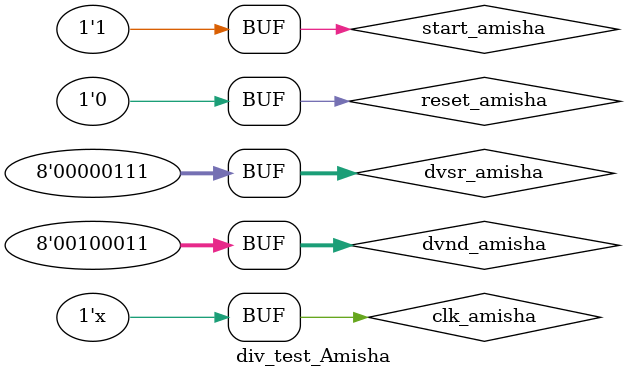
<source format=v>
`timescale 1ns / 1ps


module div_test_Amisha;
	// Inputs
	reg clk_amisha;
	reg reset_amisha;
	reg start_amisha;
	reg [7:0] dvsr_amisha;
	reg [7:0] dvnd_amisha;
	// Outputs
	wire ready_amisha;
	wire done_tick_amisha;
	wire [7:0] quo_amisha;
	wire [7:0] rmd_amisha;
	// Instantiate the Unit Under Test (UUT)
	div_Amisha uut (
		.clk_amisha(clk_amisha), 
		.reset_amisha(reset_amisha), 
		.start_amisha(start_amisha), 
		.dvsr_amisha(dvsr_amisha), 
		.dvnd_amisha(dvnd_amisha), 
		.ready_amisha(ready_amisha), 
		.done_tick_amisha(done_tick_amisha), 
		.quo_amisha(quo_amisha), 
		.rmd_amisha(rmd_amisha)
	);
	initial begin
		clk_amisha = 0;
		reset_amisha = 1;
		start_amisha = 0;
		dvsr_amisha = 0;
		dvnd_amisha = 0;
		#100;
		reset_amisha = 0;
		start_amisha = 1;
		dvsr_amisha = 7;
		dvnd_amisha = 35;
		#100;
	end
always #50 clk_amisha = ~clk_amisha;      
endmodule


</source>
